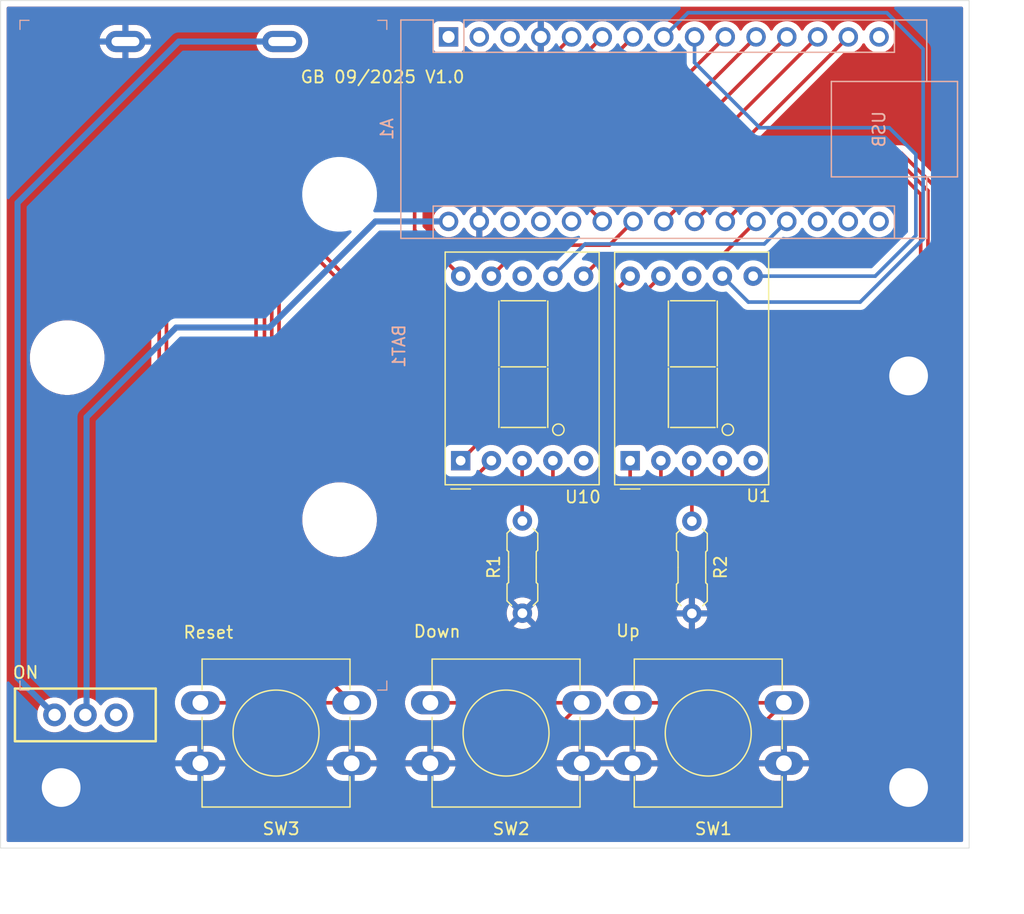
<source format=kicad_pcb>
(kicad_pcb (version 20241229) (generator "pcbnew") (generator_version "9.0")
  (layers (0 "F.Cu" signal) (2 "B.Cu" signal) (13 "F.Paste" user) (15 "B.Paste" user) (5 "F.SilkS" user "F.Silkscreen") (7 "B.SilkS" user "B.Silkscreen") (1 "F.Mask" user) (3 "B.Mask" user) (25 "Edge.Cuts" user))
  (net 0 "")
  (net 3 "Net-(A1-SDA{slash}A4)")
  (net 4 "/D3")
  (net 5 "/D11")
  (net 6 "/D8")
  (net 7 "GND")
  (net 8 "/D5")
  (net 10 "Net-(A1-A2)")
  (net 13 "/D7")
  (net 14 "/D2")
  (net 16 "/D10")
  (net 17 "Net-(A1-A1)")
  (net 18 "+9V")
  (net 20 "Net-(A1-SCL{slash}A5)")
  (net 21 "Net-(A1-A6)")
  (net 23 "Net-(A1-A3)")
  (net 25 "/D6")
  (net 26 "Net-(A1-A0)")
  (net 27 "/D4")
  (net 28 "/D9")
  (net 30 "Net-(R1-Pad2)")
  (net 32 "Net-(R2-Pad1)")
  (net 37 "+9VMicro")
  (footprint "PCM_Resistor_THT_AKL:R_Axial_DIN0207_L6.3mm_D2.5mm_P7.62mm_Horizontal" (layer "F.Cu") (at 107.1 93 -90)
    (property "Reference" "R2" (at 3.81 -2.37 90) (layer "F.SilkS"))
    (property "Value" "220" (hide yes))
    (fp_line (start 1.016 1.27) (end 2.413 1.27) (stroke (width 0.12)) (layer "F.SilkS"))
    (fp_line (start 2.413 1.27) (end 2.54 1.143) (stroke (width 0.12)) (layer "F.SilkS"))
    (fp_line (start 5.207 1.27) (end 5.08 1.143) (stroke (width 0.12)) (layer "F.SilkS"))
    (fp_line (start 6.604 1.27) (end 5.207 1.27) (stroke (width 0.12)) (layer "F.SilkS"))
    (fp_line (start 2.54 1.143) (end 3.81 1.143) (stroke (width 0.12)) (layer "F.SilkS"))
    (fp_line (start 5.08 1.143) (end 3.81 1.143) (stroke (width 0.12)) (layer "F.SilkS"))
    (fp_line (start 0.635 0.889) (end 1.016 1.27) (stroke (width 0.12)) (layer "F.SilkS"))
    (fp_line (start 6.985 0.889) (end 6.604 1.27) (stroke (width 0.12)) (layer "F.SilkS"))
    (fp_line (start 0.635 -0.889) (end 1.016 -1.27) (stroke (width 0.12)) (layer "F.SilkS"))
    (fp_line (start 6.985 -0.889) (end 6.604 -1.27) (stroke (width 0.12)) (layer "F.SilkS"))
    (fp_line (start 2.54 -1.143) (end 3.81 -1.143) (stroke (width 0.12)) (layer "F.SilkS"))
    (fp_line (start 5.08 -1.143) (end 3.81 -1.143) (stroke (width 0.12)) (layer "F.SilkS"))
    (fp_line (start 1.016 -1.27) (end 2.413 -1.27) (stroke (width 0.12)) (layer "F.SilkS"))
    (fp_line (start 2.413 -1.27) (end 2.54 -1.143) (stroke (width 0.12)) (layer "F.SilkS"))
    (fp_line (start 5.207 -1.27) (end 5.08 -1.143) (stroke (width 0.12)) (layer "F.SilkS"))
    (fp_line (start 6.604 -1.27) (end 5.207 -1.27) (stroke (width 0.12)) (layer "F.SilkS"))
    (pad "1" thru_hole circle (at 0 0 270) (size 1.6 1.6) (drill 0.8) (layers "*.Cu" "*.Mask") (net 32 "Net-(R2-Pad1)"))
    (pad "2" thru_hole oval (at 7.62 0 270) (size 1.6 1.6) (drill 0.8) (layers "*.Cu" "*.Mask") (net 7 "GND"))
  )
  (footprint "PCM_Resistor_THT_AKL:R_Axial_DIN0207_L6.3mm_D2.5mm_P7.62mm_Horizontal" (layer "F.Cu") (at 93.1 100.6 90)
    (property "Reference" "R1" (at 3.81 -2.37 90) (layer "F.SilkS"))
    (property "Value" "220" (hide yes))
    (fp_line (start 6.604 -1.27) (end 5.207 -1.27) (stroke (width 0.12)) (layer "F.SilkS"))
    (fp_line (start 5.207 -1.27) (end 5.08 -1.143) (stroke (width 0.12)) (layer "F.SilkS"))
    (fp_line (start 2.413 -1.27) (end 2.54 -1.143) (stroke (width 0.12)) (layer "F.SilkS"))
    (fp_line (start 1.016 -1.27) (end 2.413 -1.27) (stroke (width 0.12)) (layer "F.SilkS"))
    (fp_line (start 5.08 -1.143) (end 3.81 -1.143) (stroke (width 0.12)) (layer "F.SilkS"))
    (fp_line (start 2.54 -1.143) (end 3.81 -1.143) (stroke (width 0.12)) (layer "F.SilkS"))
    (fp_line (start 6.985 -0.889) (end 6.604 -1.27) (stroke (width 0.12)) (layer "F.SilkS"))
    (fp_line (start 0.635 -0.889) (end 1.016 -1.27) (stroke (width 0.12)) (layer "F.SilkS"))
    (fp_line (start 6.985 0.889) (end 6.604 1.27) (stroke (width 0.12)) (layer "F.SilkS"))
    (fp_line (start 0.635 0.889) (end 1.016 1.27) (stroke (width 0.12)) (layer "F.SilkS"))
    (fp_line (start 5.08 1.143) (end 3.81 1.143) (stroke (width 0.12)) (layer "F.SilkS"))
    (fp_line (start 2.54 1.143) (end 3.81 1.143) (stroke (width 0.12)) (layer "F.SilkS"))
    (fp_line (start 6.604 1.27) (end 5.207 1.27) (stroke (width 0.12)) (layer "F.SilkS"))
    (fp_line (start 5.207 1.27) (end 5.08 1.143) (stroke (width 0.12)) (layer "F.SilkS"))
    (fp_line (start 2.413 1.27) (end 2.54 1.143) (stroke (width 0.12)) (layer "F.SilkS"))
    (fp_line (start 1.016 1.27) (end 2.413 1.27) (stroke (width 0.12)) (layer "F.SilkS"))
    (pad "1" thru_hole circle (at 0 0 90) (size 1.6 1.6) (drill 0.8) (layers "*.Cu" "*.Mask") (net 7 "GND"))
    (pad "2" thru_hole oval (at 7.62 0 90) (size 1.6 1.6) (drill 0.8) (layers "*.Cu" "*.Mask") (net 30 "Net-(R1-Pad2)"))
  )
  (footprint "SparkFun-Switch:Slide_SPDT_PTH_11.6x4.0mm" (layer "F.Cu") (at 57 109 -90)
    (property "Reference" "SW4")
    (property "Value" "SPDT_Slide_PTH_11.6x4.0mm")
    (fp_line (start -2.175 5.815) (end 2.175 5.815) (stroke (width 0.2032)) (layer "F.SilkS"))
    (fp_line (start 2.175 5.815) (end 2.175 -5.815) (stroke (width 0.2032)) (layer "F.SilkS"))
    (fp_line (start -2.175 -5.815) (end -2.175 5.815) (stroke (width 0.2032)) (layer "F.SilkS"))
    (fp_line (start 2.175 -5.815) (end -2.175 -5.815) (stroke (width 0.2032)) (layer "F.SilkS"))
    (pad "1" thru_hole circle (at 0 -2.54 270) (size 1.8796 1.8796) (drill 1.016) (layers "*.Cu" "*.Mask"))
    (pad "2" thru_hole circle (at 0 0 270) (size 1.8796 1.8796) (drill 1.016) (layers "*.Cu" "*.Mask") (net 37 "+9VMicro"))
    (pad "3" thru_hole circle (at 0 2.54 270) (size 1.8796 1.8796) (drill 1.016) (layers "*.Cu" "*.Mask") (net 18 "+9V"))
  )
  (footprint "Button_Switch_THT:SW_PUSH-12mm" (layer "F.Cu") (at 79 113 180)
    (property "Reference" "SW3" (at 5.83 -5.41 0) (layer "F.SilkS"))
    (property "Value" "SW_Push")
    (fp_line (start 12.36 8.61) (end 0.14 8.61) (stroke (width 0.12)) (layer "F.SilkS"))
    (fp_line (start 12.36 6.1) (end 12.36 8.61) (stroke (width 0.12)) (layer "F.SilkS"))
    (fp_line (start 12.36 1.2) (end 12.36 3.8) (stroke (width 0.12)) (layer "F.SilkS"))
    (fp_line (start 12.36 -3.61) (end 12.36 -1.1) (stroke (width 0.12)) (layer "F.SilkS"))
    (fp_line (start 0.14 6.1) (end 0.14 8.61) (stroke (width 0.12)) (layer "F.SilkS"))
    (fp_line (start 0.14 1.2) (end 0.14 3.8) (stroke (width 0.12)) (layer "F.SilkS"))
    (fp_line (start 0.14 -3.61) (end 12.36 -3.61) (stroke (width 0.12)) (layer "F.SilkS"))
    (fp_line (start 0.14 -3.61) (end 0.14 -1.1) (stroke (width 0.12)) (layer "F.SilkS"))
    (fp_circle (center 6.25 2.5) (end 9.8 2.5) (stroke (width 0.12)) (fill no) (layer "F.SilkS"))
    (pad "1" thru_hole oval (at 0 0 180) (size 3.2 1.9) (drill 1.3) (layers "*.Cu" "*.Mask") (net 7 "GND"))
    (pad "1" thru_hole oval (at 12.5 0 180) (size 3.2 1.9) (drill 1.3) (layers "*.Cu" "*.Mask") (net 7 "GND"))
    (pad "2" thru_hole oval (at 0 5 180) (size 3.2 1.9) (drill 1.3) (layers "*.Cu" "*.Mask") (net 27 "/D4"))
    (pad "2" thru_hole oval (at 12.5 5 180) (size 3.2 1.9) (drill 1.3) (layers "*.Cu" "*.Mask") (net 27 "/D4"))
  )
  (footprint "Button_Switch_THT:SW_PUSH-12mm" (layer "F.Cu") (at 114.7 113 180)
    (property "Reference" "SW1" (at 5.83 -5.41 0) (layer "F.SilkS"))
    (property "Value" "SW_Push")
    (fp_line (start 12.36 8.61) (end 0.14 8.61) (stroke (width 0.12)) (layer "F.SilkS"))
    (fp_line (start 12.36 6.1) (end 12.36 8.61) (stroke (width 0.12)) (layer "F.SilkS"))
    (fp_line (start 12.36 1.2) (end 12.36 3.8) (stroke (width 0.12)) (layer "F.SilkS"))
    (fp_line (start 12.36 -3.61) (end 12.36 -1.1) (stroke (width 0.12)) (layer "F.SilkS"))
    (fp_line (start 0.14 6.1) (end 0.14 8.61) (stroke (width 0.12)) (layer "F.SilkS"))
    (fp_line (start 0.14 1.2) (end 0.14 3.8) (stroke (width 0.12)) (layer "F.SilkS"))
    (fp_line (start 0.14 -3.61) (end 12.36 -3.61) (stroke (width 0.12)) (layer "F.SilkS"))
    (fp_line (start 0.14 -3.61) (end 0.14 -1.1) (stroke (width 0.12)) (layer "F.SilkS"))
    (fp_circle (center 6.25 2.5) (end 9.8 2.5) (stroke (width 0.12)) (fill no) (layer "F.SilkS"))
    (pad "1" thru_hole oval (at 0 0 180) (size 3.2 1.9) (drill 1.3) (layers "*.Cu" "*.Mask") (net 7 "GND"))
    (pad "1" thru_hole oval (at 12.5 0 180) (size 3.2 1.9) (drill 1.3) (layers "*.Cu" "*.Mask") (net 7 "GND"))
    (pad "2" thru_hole oval (at 0 5 180) (size 3.2 1.9) (drill 1.3) (layers "*.Cu" "*.Mask") (net 14 "/D2"))
    (pad "2" thru_hole oval (at 12.5 5 180) (size 3.2 1.9) (drill 1.3) (layers "*.Cu" "*.Mask") (net 14 "/D2"))
  )
  (footprint "MountingHole:MountingHole_3.2mm_M3_DIN965_Pad_TopBottom" (layer "F.Cu") (at 55 115)
    (property "Reference" "H3" (hide yes))
    (property "Value" "MountingHole_Pad")
    (pad "1" thru_hole circle (at 0 0) (size 3.6 3.6) (drill 3.2) (layers "*.Cu" "*.Mask") (net 7 "GND"))
    (pad "1" connect circle (at 0 0) (size 5.6 5.6) (layers "F.Cu" "F.Mask") (net 7 "GND"))
    (pad "1" connect circle (at 0 0) (size 5.6 5.6) (layers "B.Cu" "B.Mask") (net 7 "GND"))
  )
  (footprint "MountingHole:MountingHole_3.2mm_M3_DIN965_Pad_TopBottom" (layer "F.Cu") (at 125 115)
    (property "Reference" "H4" (hide yes))
    (property "Value" "MountingHole_Pad")
    (pad "1" thru_hole circle (at 0 0) (size 3.6 3.6) (drill 3.2) (layers "*.Cu" "*.Mask") (net 7 "GND"))
    (pad "1" connect circle (at 0 0) (size 5.6 5.6) (layers "F.Cu" "F.Mask") (net 7 "GND"))
    (pad "1" connect circle (at 0 0) (size 5.6 5.6) (layers "B.Cu" "B.Mask") (net 7 "GND"))
  )
  (footprint "MountingHole:MountingHole_3.2mm_M3_DIN965_Pad_TopBottom" (layer "F.Cu") (at 125 81)
    (property "Reference" "H2" (hide yes))
    (property "Value" "MountingHole_Pad")
    (pad "1" thru_hole circle (at 0 0) (size 3.6 3.6) (drill 3.2) (layers "*.Cu" "*.Mask") (net 7 "GND"))
    (pad "1" connect circle (at 0 0) (size 5.6 5.6) (layers "F.Cu" "F.Mask") (net 7 "GND"))
    (pad "1" connect circle (at 0 0) (size 5.6 5.6) (layers "B.Cu" "B.Mask") (net 7 "GND"))
  )
  (footprint "Display_7Segment:D1X8K" (layer "F.Cu") (at 88 88 90)
    (property "Reference" "U10" (at -3 10.1 180) (layer "F.SilkS"))
    (property "Value" "D168K" (hide yes))
    (fp_line (start 17.23 -1.28) (end -1.99 -1.28) (stroke (width 0.12)) (layer "F.SilkS"))
    (fp_line (start 17.23 -1.28) (end 17.23 11.44) (stroke (width 0.12)) (layer "F.SilkS"))
    (fp_line (start -1.99 -1.28) (end -1.99 11.44) (stroke (width 0.12)) (layer "F.SilkS"))
    (fp_line (start -2.34 -0.8) (end -2.34 0.81) (stroke (width 0.12)) (layer "F.SilkS"))
    (fp_line (start 13.1832 3.1594) (end 7.8238 3.1594) (stroke (width 0.12)) (layer "F.SilkS"))
    (fp_line (start 7.646 3.1594) (end 2.7438 3.1594) (stroke (width 0.12)) (layer "F.SilkS"))
    (fp_line (start 13.2086 3.3372) (end 13.2086 7.0202) (stroke (width 0.12)) (layer "F.SilkS"))
    (fp_line (start 7.7476 3.3372) (end 7.7476 7.0202) (stroke (width 0.12)) (layer "F.SilkS"))
    (fp_line (start 2.7438 3.3372) (end 2.7438 7.0202) (stroke (width 0.12)) (layer "F.SilkS"))
    (fp_line (start 13.1832 7.198) (end 7.8238 7.198) (stroke (width 0.12)) (layer "F.SilkS"))
    (fp_line (start 7.646 7.198) (end 2.7438 7.198) (stroke (width 0.12)) (layer "F.SilkS"))
    (fp_line (start 17.23 11.44) (end -1.99 11.44) (stroke (width 0.12)) (layer "F.SilkS"))
    (fp_circle (center 2.557533 8.07) (end 2.836933 7.689) (stroke (width 0.12)) (fill no) (layer "F.SilkS"))
    (pad "1" thru_hole rect (at 0 0) (size 1.6 1.6) (drill 0.8) (layers "*.Cu" "*.Mask") (net 3 "Net-(A1-SDA{slash}A4)"))
    (pad "2" thru_hole circle (at 0 2.54) (size 1.6 1.6) (drill 0.8) (layers "*.Cu" "*.Mask") (net 23 "Net-(A1-A3)"))
    (pad "3" thru_hole circle (at 0 5.08) (size 1.6 1.6) (drill 0.8) (layers "*.Cu" "*.Mask") (net 30 "Net-(R1-Pad2)"))
    (pad "4" thru_hole circle (at 0 7.62) (size 1.6 1.6) (drill 0.8) (layers "*.Cu" "*.Mask") (net 10 "Net-(A1-A2)"))
    (pad "5" thru_hole circle (at 0 10.16) (size 1.6 1.6) (drill 0.8) (layers "*.Cu" "*.Mask"))
    (pad "6" thru_hole circle (at 15.24 10.16) (size 1.6 1.6) (drill 0.8) (layers "*.Cu" "*.Mask") (net 17 "Net-(A1-A1)"))
    (pad "7" thru_hole circle (at 15.24 7.62) (size 1.6 1.6) (drill 0.8) (layers "*.Cu" "*.Mask") (net 26 "Net-(A1-A0)"))
    (pad "8" thru_hole circle (at 15.24 5.08) (size 1.6 1.6) (drill 0.8) (layers "*.Cu" "*.Mask"))
    (pad "9" thru_hole circle (at 15.24 2.54) (size 1.6 1.6) (drill 0.8) (layers "*.Cu" "*.Mask") (net 20 "Net-(A1-SCL{slash}A5)"))
    (pad "10" thru_hole circle (at 15.24 0) (size 1.6 1.6) (drill 0.8) (layers "*.Cu" "*.Mask") (net 21 "Net-(A1-A6)"))
  )
  (footprint "Display_7Segment:D1X8K" (layer "F.Cu") (at 102 88 90)
    (property "Reference" "U1" (at -2.9 10.6 180) (layer "F.SilkS"))
    (property "Value" "D168K")
    (fp_line (start 17.23 -1.28) (end -1.99 -1.28) (stroke (width 0.12)) (layer "F.SilkS"))
    (fp_line (start 17.23 -1.28) (end 17.23 11.44) (stroke (width 0.12)) (layer "F.SilkS"))
    (fp_line (start -1.99 -1.28) (end -1.99 11.44) (stroke (width 0.12)) (layer "F.SilkS"))
    (fp_line (start -2.34 -0.8) (end -2.34 0.81) (stroke (width 0.12)) (layer "F.SilkS"))
    (fp_line (start 13.1832 3.1594) (end 7.8238 3.1594) (stroke (width 0.12)) (layer "F.SilkS"))
    (fp_line (start 7.646 3.1594) (end 2.7438 3.1594) (stroke (width 0.12)) (layer "F.SilkS"))
    (fp_line (start 13.2086 3.3372) (end 13.2086 7.0202) (stroke (width 0.12)) (layer "F.SilkS"))
    (fp_line (start 7.7476 3.3372) (end 7.7476 7.0202) (stroke (width 0.12)) (layer "F.SilkS"))
    (fp_line (start 2.7438 3.3372) (end 2.7438 7.0202) (stroke (width 0.12)) (layer "F.SilkS"))
    (fp_line (start 13.1832 7.198) (end 7.8238 7.198) (stroke (width 0.12)) (layer "F.SilkS"))
    (fp_line (start 7.646 7.198) (end 2.7438 7.198) (stroke (width 0.12)) (layer "F.SilkS"))
    (fp_line (start 17.23 11.44) (end -1.99 11.44) (stroke (width 0.12)) (layer "F.SilkS"))
    (fp_circle (center 2.557533 8.07) (end 2.836933 7.689) (stroke (width 0.12)) (fill no) (layer "F.SilkS"))
    (pad "1" thru_hole rect (at 0 0) (size 1.6 1.6) (drill 0.8) (layers "*.Cu" "*.Mask") (net 28 "/D9"))
    (pad "2" thru_hole circle (at 0 2.54) (size 1.6 1.6) (drill 0.8) (layers "*.Cu" "*.Mask") (net 6 "/D8"))
    (pad "3" thru_hole circle (at 0 5.08) (size 1.6 1.6) (drill 0.8) (layers "*.Cu" "*.Mask") (net 32 "Net-(R2-Pad1)"))
    (pad "4" thru_hole circle (at 0 7.62) (size 1.6 1.6) (drill 0.8) (layers "*.Cu" "*.Mask") (net 13 "/D7"))
    (pad "5" thru_hole circle (at 0 10.16) (size 1.6 1.6) (drill 0.8) (layers "*.Cu" "*.Mask"))
    (pad "6" thru_hole circle (at 15.24 10.16) (size 1.6 1.6) (drill 0.8) (layers "*.Cu" "*.Mask") (net 25 "/D6"))
    (pad "7" thru_hole circle (at 15.24 7.62) (size 1.6 1.6) (drill 0.8) (layers "*.Cu" "*.Mask") (net 8 "/D5"))
    (pad "8" thru_hole circle (at 15.24 5.08) (size 1.6 1.6) (drill 0.8) (layers "*.Cu" "*.Mask"))
    (pad "9" thru_hole circle (at 15.24 2.54) (size 1.6 1.6) (drill 0.8) (layers "*.Cu" "*.Mask") (net 16 "/D10"))
    (pad "10" thru_hole circle (at 15.24 0) (size 1.6 1.6) (drill 0.8) (layers "*.Cu" "*.Mask") (net 5 "/D11"))
  )
  (footprint "Button_Switch_THT:SW_PUSH-12mm" (layer "F.Cu") (at 98 113 180)
    (property "Reference" "SW2" (at 5.83 -5.41 0) (layer "F.SilkS"))
    (property "Value" "SW_Push")
    (fp_line (start 12.36 8.61) (end 0.14 8.61) (stroke (width 0.12)) (layer "F.SilkS"))
    (fp_line (start 12.36 6.1) (end 12.36 8.61) (stroke (width 0.12)) (layer "F.SilkS"))
    (fp_line (start 12.36 1.2) (end 12.36 3.8) (stroke (width 0.12)) (layer "F.SilkS"))
    (fp_line (start 12.36 -3.61) (end 12.36 -1.1) (stroke (width 0.12)) (layer "F.SilkS"))
    (fp_line (start 0.14 6.1) (end 0.14 8.61) (stroke (width 0.12)) (layer "F.SilkS"))
    (fp_line (start 0.14 1.2) (end 0.14 3.8) (stroke (width 0.12)) (layer "F.SilkS"))
    (fp_line (start 0.14 -3.61) (end 12.36 -3.61) (stroke (width 0.12)) (layer "F.SilkS"))
    (fp_line (start 0.14 -3.61) (end 0.14 -1.1) (stroke (width 0.12)) (layer "F.SilkS"))
    (fp_circle (center 6.25 2.5) (end 9.8 2.5) (stroke (width 0.12)) (fill no) (layer "F.SilkS"))
    (pad "1" thru_hole oval (at 0 0 180) (size 3.2 1.9) (drill 1.3) (layers "*.Cu" "*.Mask") (net 7 "GND"))
    (pad "1" thru_hole oval (at 12.5 0 180) (size 3.2 1.9) (drill 1.3) (layers "*.Cu" "*.Mask") (net 7 "GND"))
    (pad "2" thru_hole oval (at 0 5 180) (size 3.2 1.9) (drill 1.3) (layers "*.Cu" "*.Mask") (net 4 "/D3"))
    (pad "2" thru_hole oval (at 12.5 5 180) (size 3.2 1.9) (drill 1.3) (layers "*.Cu" "*.Mask") (net 4 "/D3"))
  )
  (footprint "Module:Arduino_Nano" (layer "B.Cu") (at 87 53 -90)
    (property "Reference" "A1" (at 7.62 5.08 90) (layer "B.SilkS") (effects (justify mirror)))
    (property "Value" "Arduino_Nano_Every")
    (fp_line (start -1.4 3.94) (end -1.4 1.27) (stroke (width 0.12)) (layer "B.SilkS"))
    (fp_line (start 16.64 3.94) (end -1.4 3.94) (stroke (width 0.12)) (layer "B.SilkS"))
    (fp_line (start 1.27 1.27) (end -1.4 1.27) (stroke (width 0.12)) (layer "B.SilkS"))
    (fp_line (start 13.97 1.27) (end 16.64 1.27) (stroke (width 0.12)) (layer "B.SilkS"))
    (fp_line (start 13.97 1.27) (end 13.97 -36.83) (stroke (width 0.12)) (layer "B.SilkS"))
    (fp_line (start -1.4 -1.27) (end -1.4 -39.5) (stroke (width 0.12)) (layer "B.SilkS"))
    (fp_line (start 1.27 -1.27) (end 1.27 1.27) (stroke (width 0.12)) (layer "B.SilkS"))
    (fp_line (start 1.27 -1.27) (end -1.4 -1.27) (stroke (width 0.12)) (layer "B.SilkS"))
    (fp_line (start 1.27 -1.27) (end 1.27 -36.83) (stroke (width 0.12)) (layer "B.SilkS"))
    (fp_line (start 3.68 -31.62) (end 11.56 -31.62) (stroke (width 0.12)) (layer "B.SilkS"))
    (fp_line (start 11.56 -31.62) (end 11.56 -42.04) (stroke (width 0.12)) (layer "B.SilkS"))
    (fp_line (start 1.27 -36.83) (end -1.4 -36.83) (stroke (width 0.12)) (layer "B.SilkS"))
    (fp_line (start 13.97 -36.83) (end 16.64 -36.83) (stroke (width 0.12)) (layer "B.SilkS"))
    (fp_line (start -1.4 -39.5) (end 3.68 -39.5) (stroke (width 0.12)) (layer "B.SilkS"))
    (fp_line (start 16.64 -39.5) (end 16.64 3.94) (stroke (width 0.12)) (layer "B.SilkS"))
    (fp_line (start 16.64 -39.5) (end 11.56 -39.5) (stroke (width 0.12)) (layer "B.SilkS"))
    (fp_line (start 3.68 -42.04) (end 3.68 -31.62) (stroke (width 0.12)) (layer "B.SilkS"))
    (fp_line (start 11.56 -42.04) (end 3.68 -42.04) (stroke (width 0.12)) (layer "B.SilkS"))
    (fp_text user "USB" (at 7.62 -35.56 90) (layer "B.SilkS") (effects (justify mirror)))
    (pad "1" thru_hole rect (at 0 0 270) (size 1.6 1.6) (drill 1) (layers "*.Cu" "*.Mask"))
    (pad "2" thru_hole oval (at 0 -2.54 270) (size 1.6 1.6) (drill 1) (layers "*.Cu" "*.Mask"))
    (pad "3" thru_hole oval (at 0 -5.08 270) (size 1.6 1.6) (drill 1) (layers "*.Cu" "*.Mask"))
    (pad "4" thru_hole oval (at 0 -7.62 270) (size 1.6 1.6) (drill 1) (layers "*.Cu" "*.Mask") (net 7 "GND"))
    (pad "5" thru_hole oval (at 0 -10.16 270) (size 1.6 1.6) (drill 1) (layers "*.Cu" "*.Mask") (net 14 "/D2"))
    (pad "6" thru_hole oval (at 0 -12.7 270) (size 1.6 1.6) (drill 1) (layers "*.Cu" "*.Mask") (net 4 "/D3"))
    (pad "7" thru_hole oval (at 0 -15.24 270) (size 1.6 1.6) (drill 1) (layers "*.Cu" "*.Mask") (net 27 "/D4"))
    (pad "8" thru_hole oval (at 0 -17.78 270) (size 1.6 1.6) (drill 1) (layers "*.Cu" "*.Mask") (net 8 "/D5"))
    (pad "9" thru_hole oval (at 0 -20.32 270) (size 1.6 1.6) (drill 1) (layers "*.Cu" "*.Mask") (net 25 "/D6"))
    (pad "10" thru_hole oval (at 0 -22.86 270) (size 1.6 1.6) (drill 1) (layers "*.Cu" "*.Mask") (net 13 "/D7"))
    (pad "11" thru_hole oval (at 0 -25.4 270) (size 1.6 1.6) (drill 1) (layers "*.Cu" "*.Mask") (net 6 "/D8"))
    (pad "12" thru_hole oval (at 0 -27.94 270) (size 1.6 1.6) (drill 1) (layers "*.Cu" "*.Mask") (net 28 "/D9"))
    (pad "13" thru_hole oval (at 0 -30.48 270) (size 1.6 1.6) (drill 1) (layers "*.Cu" "*.Mask") (net 16 "/D10"))
    (pad "14" thru_hole oval (at 0 -33.02 270) (size 1.6 1.6) (drill 1) (layers "*.Cu" "*.Mask") (net 5 "/D11"))
    (pad "15" thru_hole oval (at 0 -35.56 270) (size 1.6 1.6) (drill 1) (layers "*.Cu" "*.Mask"))
    (pad "16" thru_hole oval (at 15.24 -35.56 270) (size 1.6 1.6) (drill 1) (layers "*.Cu" "*.Mask"))
    (pad "17" thru_hole oval (at 15.24 -33.02 270) (size 1.6 1.6) (drill 1) (layers "*.Cu" "*.Mask"))
    (pad "18" thru_hole oval (at 15.24 -30.48 270) (size 1.6 1.6) (drill 1) (layers "*.Cu" "*.Mask"))
    (pad "19" thru_hole oval (at 15.24 -27.94 270) (size 1.6 1.6) (drill 1) (layers "*.Cu" "*.Mask") (net 26 "Net-(A1-A0)"))
    (pad "20" thru_hole oval (at 15.24 -25.4 270) (size 1.6 1.6) (drill 1) (layers "*.Cu" "*.Mask") (net 17 "Net-(A1-A1)"))
    (pad "21" thru_hole oval (at 15.24 -22.86 270) (size 1.6 1.6) (drill 1) (layers "*.Cu" "*.Mask") (net 10 "Net-(A1-A2)"))
    (pad "22" thru_hole oval (at 15.24 -20.32 270) (size 1.6 1.6) (drill 1) (layers "*.Cu" "*.Mask") (net 23 "Net-(A1-A3)"))
    (pad "23" thru_hole oval (at 15.24 -17.78 270) (size 1.6 1.6) (drill 1) (layers "*.Cu" "*.Mask") (net 3 "Net-(A1-SDA{slash}A4)"))
    (pad "24" thru_hole oval (at 15.24 -15.24 270) (size 1.6 1.6) (drill 1) (layers "*.Cu" "*.Mask") (net 20 "Net-(A1-SCL{slash}A5)"))
    (pad "25" thru_hole oval (at 15.24 -12.7 270) (size 1.6 1.6) (drill 1) (layers "*.Cu" "*.Mask") (net 21 "Net-(A1-A6)"))
    (pad "26" thru_hole oval (at 15.24 -10.16 270) (size 1.6 1.6) (drill 1) (layers "*.Cu" "*.Mask"))
    (pad "27" thru_hole oval (at 15.24 -7.62 270) (size 1.6 1.6) (drill 1) (layers "*.Cu" "*.Mask"))
    (pad "28" thru_hole oval (at 15.24 -5.08 270) (size 1.6 1.6) (drill 1) (layers "*.Cu" "*.Mask"))
    (pad "29" thru_hole oval (at 15.24 -2.54 270) (size 1.6 1.6) (drill 1) (layers "*.Cu" "*.Mask") (net 7 "GND"))
    (pad "30" thru_hole oval (at 15.24 0 270) (size 1.6 1.6) (drill 1) (layers "*.Cu" "*.Mask") (net 37 "+9VMicro"))
  )
  (footprint "digikey-footprints:Battery_Holder_9V_BC9VPC-ND" (layer "B.Cu") (at 78 66 90)
    (property "Reference" "BAT1" (at -12.54 4.91 90) (layer "B.SilkS") (effects (justify mirror)))
    (property "Value" "BC9VPC")
    (fp_line (start 14.37 -26.4) (end 13.62 -26.4) (stroke (width 0.1)) (layer "B.SilkS"))
    (fp_line (start -40.2 -26.4) (end -40.95 -26.4) (stroke (width 0.1)) (layer "B.SilkS"))
    (fp_line (start 14.37 -25.65) (end 14.37 -26.4) (stroke (width 0.1)) (layer "B.SilkS"))
    (fp_line (start -40.95 -25.65) (end -40.95 -26.4) (stroke (width 0.1)) (layer "B.SilkS"))
    (fp_line (start 14.37 3.9) (end 14.37 3.15) (stroke (width 0.1)) (layer "B.SilkS"))
    (fp_line (start 14.37 3.9) (end 13.62 3.9) (stroke (width 0.1)) (layer "B.SilkS"))
    (fp_line (start -40.2 3.9) (end -40.95 3.9) (stroke (width 0.1)) (layer "B.SilkS"))
    (fp_line (start -40.95 3.9) (end -40.95 3.15) (stroke (width 0.1)) (layer "B.SilkS"))
    (pad "" np_thru_hole circle (at -26.87 0 90) (size 5.57 5.57) (drill 5.57) (layers "*.Cu" "*.Mask"))
    (pad "" np_thru_hole circle (at -13.49 -22.5 90) (size 5.57 5.57) (drill 5.57) (layers "*.Cu" "*.Mask"))
    (pad "" np_thru_hole circle (at 0 0 90) (size 5.57 5.57) (drill 5.57) (layers "*.Cu" "*.Mask"))
    (pad "NEG" thru_hole oval (at 12.62 -17.69 90) (size 1.75 3.3) (drill oval 0.75 2.3) (layers "*.Cu" "*.Mask") (net 7 "GND"))
    (pad "POS" thru_hole oval (at 12.62 -4.74 90) (size 1.75 3.3) (drill oval 0.75 2.3) (layers "*.Cu" "*.Mask") (net 18 "+9V"))
  )
  (gr_line (start 50 50) (end 50 120) (stroke (width 0.05)) (layer "Edge.Cuts"))
  (gr_line (start 50 50) (end 130 50) (stroke (width 0.05)) (layer "Edge.Cuts"))
  (gr_line (start 50 120) (end 130 120) (stroke (width 0.05)) (layer "Edge.Cuts"))
  (gr_line (start 130 120) (end 130 50) (stroke (width 0.05)) (layer "Edge.Cuts"))
  (gr_text "Up" (at 100.75 102.64 0) (layer "F.SilkS") (effects (font (size 1 1)) (justify left bottom)))
  (gr_text "GB 09/2025 V1.0" (at 88.41 56.89 0) (layer "F.SilkS") (effects (font (size 1 1)) (justify right bottom)))
  (gr_text "ON\n" (at 50.92 106.08 0) (layer "F.SilkS") (effects (font (size 1 1)) (justify left bottom)))
  (gr_text "Reset" (at 65.01 102.77 0) (layer "F.SilkS") (effects (font (size 1 1)) (justify left bottom)))
  (gr_text "Down\n" (at 84.03 102.69 0) (layer "F.SilkS") (effects (font (size 1 1)) (justify left bottom)))
  (segment (start 127.201 73.298884) (end 127.201 65.451058) (width 0.3) (layer "F.Cu") (net 3))
  (segment (start 122.999884 77.5) (end 123.199884 77.3) (width 0.3) (layer "F.Cu") (net 3))
  (segment (start 98.5 77.5) (end 122.999884 77.5) (width 0.3) (layer "F.Cu") (net 3))
  (segment (start 123.2 77.3) (end 127.2 73.3) (width 0.3) (layer "F.Cu") (net 3))
  (segment (start 88 88) (end 98.5 77.5) (width 0.3) (layer "F.Cu") (net 3))
  (segment (start 110.42 62.6) (end 104.78 68.24) (width 0.3) (layer "F.Cu") (net 3))
  (segment (start 127.2 73.299884) (end 127.201 73.298884) (width 0.3) (layer "F.Cu") (net 3))
  (segment (start 127.2 73.3) (end 127.2 73.299884) (width 0.3) (layer "F.Cu") (net 3))
  (segment (start 123.199884 77.3) (end 123.2 77.3) (width 0.3) (layer "F.Cu") (net 3))
  (segment (start 124.4 62.6) (end 110.42 62.6) (width 0.3) (layer "F.Cu") (net 3))
  (segment (start 127.2 65.4) (end 124.4 62.6) (width 0.3) (layer "F.Cu") (net 3))
  (segment (start 127.2 65.450058) (end 127.2 65.4) (width 0.3) (layer "F.Cu") (net 3))
  (segment (start 127.201 65.451058) (end 127.2 65.450058) (width 0.3) (layer "F.Cu") (net 3))
  (segment (start 98 108) (end 85.5 108) (width 0.3) (layer "F.Cu") (net 4))
  (segment (start 75.306348 58.294) (end 63.7 69.900348) (width 0.3) (layer "F.Cu") (net 4))
  (segment (start 94.406 58.294) (end 75.306348 58.294) (width 0.3) (layer "F.Cu") (net 4))
  (segment (start 91.1 114.9) (end 98 108) (width 0.3) (layer "F.Cu") (net 4))
  (segment (start 99.7 53) (end 94.406 58.294) (width 0.3) (layer "F.Cu") (net 4))
  (segment (start 63.7 69.900348) (end 63.7 113.4) (width 0.3) (layer "F.Cu") (net 4))
  (segment (start 63.7 113.4) (end 65.2 114.9) (width 0.3) (layer "F.Cu") (net 4))
  (segment (start 65.2 114.9) (end 91.1 114.9) (width 0.3) (layer "F.Cu") (net 4))
  (segment (start 74.2 68.5) (end 74.2 64.5) (width 0.3) (layer "F.Cu") (net 5))
  (segment (start 111.12 61.9) (end 120.02 53) (width 0.3) (layer "F.Cu") (net 5))
  (segment (start 100.06 74.7) (end 80.4 74.7) (width 0.3) (layer "F.Cu") (net 5))
  (segment (start 80.4 74.7) (end 74.2 68.5) (width 0.3) (layer "F.Cu") (net 5))
  (segment (start 76.8 61.9) (end 111.12 61.9) (width 0.3) (layer "F.Cu") (net 5))
  (segment (start 102 72.76) (end 100.06 74.7) (width 0.3) (layer "F.Cu") (net 5))
  (segment (start 74.2 64.5) (end 76.8 61.9) (width 0.3) (layer "F.Cu") (net 5))
  (segment (start 105.303 60.097) (end 76.053174 60.097) (width 0.3) (layer "F.Cu") (net 6))
  (segment (start 72.397 63.753174) (end 72.397 80.247058) (width 0.3) (layer "F.Cu") (net 6))
  (segment (start 76.053174 60.097) (end 72.397 63.753174) (width 0.3) (layer "F.Cu") (net 6))
  (segment (start 99.301 96.699) (end 104.54 91.46) (width 0.3) (layer "F.Cu") (net 6))
  (segment (start 104.54 91.46) (end 104.54 88) (width 0.3) (layer "F.Cu") (net 6))
  (segment (start 112.4 53) (end 105.303 60.097) (width 0.3) (layer "F.Cu") (net 6))
  (segment (start 72.397 80.247058) (end 88.848942 96.699) (width 0.3) (layer "F.Cu") (net 6))
  (segment (start 88.848942 96.699) (end 99.301 96.699) (width 0.3) (layer "F.Cu") (net 6))
  (segment (start 126.2 54) (end 123.2 51) (width 0.3) (layer "B.Cu") (net 8))
  (segment (start 123.2 51) (end 106.78 51) (width 0.3) (layer "B.Cu") (net 8))
  (segment (start 106.78 51) (end 104.78 53) (width 0.3) (layer "B.Cu") (net 8))
  (segment (start 109.62 72.76) (end 111.76 74.9) (width 0.3) (layer "B.Cu") (net 8))
  (segment (start 126.2 69.7) (end 126.2 54) (width 0.3) (layer "B.Cu") (net 8))
  (segment (start 121 74.9) (end 126.2 69.7) (width 0.3) (layer "B.Cu") (net 8))
  (segment (start 111.76 74.9) (end 121 74.9) (width 0.3) (layer "B.Cu") (net 8))
  (segment (start 125.999 65.999) (end 125.999 72.801) (width 0.3) (layer "F.Cu") (net 10))
  (segment (start 109.86 68.24) (end 114.298 63.802) (width 0.3) (layer "F.Cu") (net 10))
  (segment (start 95.62 93.28) (end 95.62 88) (width 0.3) (layer "F.Cu") (net 10))
  (segment (start 84.7 90) (end 89.4 94.7) (width 0.3) (layer "F.Cu") (net 10))
  (segment (start 125.999 72.801) (end 122.502 76.298) (width 0.3) (layer "F.Cu") (net 10))
  (segment (start 93.652058 76.298) (end 84.7 85.250058) (width 0.3) (layer "F.Cu") (net 10))
  (segment (start 89.4 94.7) (end 94.2 94.7) (width 0.3) (layer "F.Cu") (net 10))
  (segment (start 84.7 85.250058) (end 84.7 90) (width 0.3) (layer "F.Cu") (net 10))
  (segment (start 114.298 63.802) (end 123.802 63.802) (width 0.3) (layer "F.Cu") (net 10))
  (segment (start 123.802 63.802) (end 125.999 65.999) (width 0.3) (layer "F.Cu") (net 10))
  (segment (start 94.2 94.7) (end 95.62 93.28) (width 0.3) (layer "F.Cu") (net 10))
  (segment (start 122.502 76.298) (end 93.652058 76.298) (width 0.3) (layer "F.Cu") (net 10))
  (segment (start 109.62 93.08) (end 105.4 97.3) (width 0.3) (layer "F.Cu") (net 13))
  (segment (start 88.6 97.3) (end 71.796 80.496) (width 0.3) (layer "F.Cu") (net 13))
  (segment (start 109.62 88) (end 109.62 93.08) (width 0.3) (layer "F.Cu") (net 13))
  (segment (start 75.804232 59.496) (end 103.364 59.496) (width 0.3) (layer "F.Cu") (net 13))
  (segment (start 71.796 63.504232) (end 75.804232 59.496) (width 0.3) (layer "F.Cu") (net 13))
  (segment (start 71.796 80.496) (end 71.796 63.504232) (width 0.3) (layer "F.Cu") (net 13))
  (segment (start 105.4 97.3) (end 88.6 97.3) (width 0.3) (layer "F.Cu") (net 13))
  (segment (start 103.364 59.496) (end 109.86 53) (width 0.3) (layer "F.Cu") (net 13))
  (segment (start 107.2 115.5) (end 64.9 115.5) (width 0.3) (layer "F.Cu") (net 14))
  (segment (start 92.467 57.693) (end 97.16 53) (width 0.3) (layer "F.Cu") (net 14))
  (segment (start 114.7 108) (end 107.2 115.5) (width 0.3) (layer "F.Cu") (net 14))
  (segment (start 64.9 115.5) (end 63.1 113.7) (width 0.3) (layer "F.Cu") (net 14))
  (segment (start 63.1 113.7) (end 63.1 69.6) (width 0.3) (layer "F.Cu") (net 14))
  (segment (start 63.1 69.6) (end 75.007 57.693) (width 0.3) (layer "F.Cu") (net 14))
  (segment (start 114.7 108) (end 102.2 108) (width 0.3) (layer "F.Cu") (net 14))
  (segment (start 75.007 57.693) (end 92.467 57.693) (width 0.3) (layer "F.Cu") (net 14))
  (segment (start 109.181 61.299) (end 76.551058 61.299) (width 0.3) (layer "F.Cu") (net 16))
  (segment (start 76.551058 61.299) (end 73.599 64.251058) (width 0.3) (layer "F.Cu") (net 16))
  (segment (start 117.48 53) (end 109.181 61.299) (width 0.3) (layer "F.Cu") (net 16))
  (segment (start 99.499 75.301) (end 99.5 75.3) (width 0.3) (layer "F.Cu") (net 16))
  (segment (start 80.151058 75.301) (end 99.499 75.301) (width 0.3) (layer "F.Cu") (net 16))
  (segment (start 102 75.3) (end 104.54 72.76) (width 0.3) (layer "F.Cu") (net 16))
  (segment (start 73.599 68.748942) (end 80.151058 75.301) (width 0.3) (layer "F.Cu") (net 16))
  (segment (start 99.5 75.3) (end 102 75.3) (width 0.3) (layer "F.Cu") (net 16))
  (segment (start 73.599 64.251058) (end 73.599 68.748942) (width 0.3) (layer "F.Cu") (net 16))
  (segment (start 98.16 72.74) (end 99.9 71) (width 0.3) (layer "F.Cu") (net 17))
  (segment (start 99.9 71) (end 109.64 71) (width 0.3) (layer "F.Cu") (net 17))
  (segment (start 98.16 72.76) (end 98.16 72.74) (width 0.3) (layer "F.Cu") (net 17))
  (segment (start 109.64 71) (end 112.4 68.24) (width 0.3) (layer "F.Cu") (net 17))
  (segment (start 54.46 109) (end 51.4 105.94) (width 0.5) (layer "B.Cu") (net 18))
  (segment (start 64.72 53.38) (end 73.26 53.38) (width 0.5) (layer "B.Cu") (net 18))
  (segment (start 51.4 105.94) (end 51.4 66.7) (width 0.5) (layer "B.Cu") (net 18))
  (segment (start 51.4 66.7) (end 64.72 53.38) (width 0.5) (layer "B.Cu") (net 18))
  (segment (start 100.28 70.2) (end 102.24 68.24) (width 0.3) (layer "F.Cu") (net 20))
  (segment (start 93.1 70.2) (end 100.28 70.2) (width 0.3) (layer "F.Cu") (net 20))
  (segment (start 90.54 72.76) (end 93.1 70.2) (width 0.3) (layer "F.Cu") (net 20))
  (segment (start 88 72.76) (end 84.2 68.96) (width 0.3) (layer "F.Cu") (net 21))
  (segment (start 84.2 68.96) (end 84.2 67.2) (width 0.3) (layer "F.Cu") (net 21))
  (segment (start 97.16 65.7) (end 99.7 68.24) (width 0.3) (layer "F.Cu") (net 21))
  (segment (start 85.7 65.7) (end 97.16 65.7) (width 0.3) (layer "F.Cu") (net 21))
  (segment (start 84.2 67.2) (end 85.7 65.7) (width 0.3) (layer "F.Cu") (net 21))
  (segment (start 85.3 85.5) (end 85.3 88.2) (width 0.3) (layer "F.Cu") (net 23))
  (segment (start 126.6 73.049942) (end 122.750942 76.899) (width 0.3) (layer "F.Cu") (net 23))
  (segment (start 88.84 89.7) (end 90.54 88) (width 0.3) (layer "F.Cu") (net 23))
  (segment (start 112.359 63.201) (end 124.101 63.201) (width 0.3) (layer "F.Cu") (net 23))
  (segment (start 93.901 76.899) (end 85.3 85.5) (width 0.3) (layer "F.Cu") (net 23))
  (segment (start 86.8 89.7) (end 88.84 89.7) (width 0.3) (layer "F.Cu") (net 23))
  (segment (start 107.32 68.24) (end 112.359 63.201) (width 0.3) (layer "F.Cu") (net 23))
  (segment (start 122.750942 76.899) (end 93.901 76.899) (width 0.3) (layer "F.Cu") (net 23))
  (segment (start 126.6 65.7) (end 126.6 73.049942) (width 0.3) (layer "F.Cu") (net 23))
  (segment (start 85.3 88.2) (end 86.8 89.7) (width 0.3) (layer "F.Cu") (net 23))
  (segment (start 124.101 63.201) (end 126.6 65.7) (width 0.3) (layer "F.Cu") (net 23))
  (segment (start 112.7 60.5) (end 107.32 55.12) (width 0.3) (layer "B.Cu") (net 25))
  (segment (start 112.16 72.76) (end 122.24 72.76) (width 0.3) (layer "B.Cu") (net 25))
  (segment (start 125.6 62.7) (end 123.4 60.5) (width 0.3) (layer "B.Cu") (net 25))
  (segment (start 122.24 72.76) (end 125.6 69.4) (width 0.3) (layer "B.Cu") (net 25))
  (segment (start 123.4 60.5) (end 112.7 60.5) (width 0.3) (layer "B.Cu") (net 25))
  (segment (start 107.32 55.12) (end 107.32 53) (width 0.3) (layer "B.Cu") (net 25))
  (segment (start 125.6 69.4) (end 125.6 62.7) (width 0.3) (layer "B.Cu") (net 25))
  (segment (start 95.62 72.76) (end 98.28 70.1) (width 0.3) (layer "B.Cu") (net 26))
  (segment (start 98.28 70.1) (end 113.08 70.1) (width 0.3) (layer "B.Cu") (net 26))
  (segment (start 113.08 70.1) (end 114.94 68.24) (width 0.3) (layer "B.Cu") (net 26))
  (segment (start 96.345 58.895) (end 75.55529 58.895) (width 0.3) (layer "F.Cu") (net 27))
  (segment (start 79 108) (end 66.5 108) (width 0.3) (layer "F.Cu") (net 27))
  (segment (start 102.24 53) (end 96.345 58.895) (width 0.3) (layer "F.Cu") (net 27))
  (segment (start 75.55529 58.895) (end 71.1 63.35029) (width 0.3) (layer "F.Cu") (net 27))
  (segment (start 71.1 63.35029) (end 71.1 100.1) (width 0.3) (layer "F.Cu") (net 27))
  (segment (start 71.1 100.1) (end 79 108) (width 0.3) (layer "F.Cu") (net 27))
  (segment (start 99 96.098) (end 89.097884 96.098) (width 0.3) (layer "F.Cu") (net 28))
  (segment (start 102 88) (end 102 93.098) (width 0.3) (layer "F.Cu") (net 28))
  (segment (start 102 93.098) (end 99 96.098) (width 0.3) (layer "F.Cu") (net 28))
  (segment (start 107.242 60.698) (end 114.94 53) (width 0.3) (layer "F.Cu") (net 28))
  (segment (start 72.998 79.998116) (end 72.998 64.002116) (width 0.3) (layer "F.Cu") (net 28))
  (segment (start 89.097884 96.098) (end 72.998 79.998116) (width 0.3) (layer "F.Cu") (net 28))
  (segment (start 76.302116 60.698) (end 107.242 60.698) (width 0.3) (layer "F.Cu") (net 28))
  (segment (start 72.998 64.002116) (end 76.302116 60.698) (width 0.3) (layer "F.Cu") (net 28))
  (segment (start 93.08 92.96) (end 93.1 92.98) (width 0.3) (layer "F.Cu") (net 30))
  (segment (start 93.08 88) (end 93.08 92.96) (width 0.3) (layer "F.Cu") (net 30))
  (segment (start 107.1 93) (end 107.1 88.02) (width 0.3) (layer "F.Cu") (net 32))
  (segment (start 107.1 88.02) (end 107.08 88) (width 0.3) (layer "F.Cu") (net 32))
  (segment (start 57.1 108.6) (end 57.3 108.8) (width 0.3) (layer "F.Cu") (net 37))
  (segment (start 57.06 108.6) (end 57.1 108.6) (width 0.3) (layer "F.Cu") (net 37))
  (segment (start 64.5 77) (end 72.2 77) (width 0.5) (layer "B.Cu") (net 37))
  (segment (start 72.2 77) (end 80.96 68.24) (width 0.5) (layer "B.Cu") (net 37))
  (segment (start 57 109) (end 57.1 109) (width 0.5) (layer "B.Cu") (net 37))
  (segment (start 80.96 68.24) (end 87 68.24) (width 0.5) (layer "B.Cu") (net 37))
  (segment (start 57.1 84.4) (end 64.5 77) (width 0.5) (layer "B.Cu") (net 37))
  (segment (start 57.1 109) (end 57.1 84.4) (width 0.5) (layer "B.Cu") (net 37))
  (zone (net 7) (net_name "GND") (layer "F.Cu") (connect_pads (clearance 0.5)) (min_thickness 0.25) (fill yes (thermal_gap 0.5) (thermal_bridge_width 0.5))
    (polygon (pts (xy 50 50) (xy 130 50) (xy 130 120) (xy 50 120)))
  )
  (zone (net 7) (net_name "GND") (layer "B.Cu") (priority 1) (connect_pads (clearance 0.5)) (min_thickness 0.25) (fill yes (thermal_gap 0.5) (thermal_bridge_width 0.5))
    (polygon (pts (xy 130 50) (xy 130 120) (xy 50 120) (xy 50 50)))
  )
)
</source>
